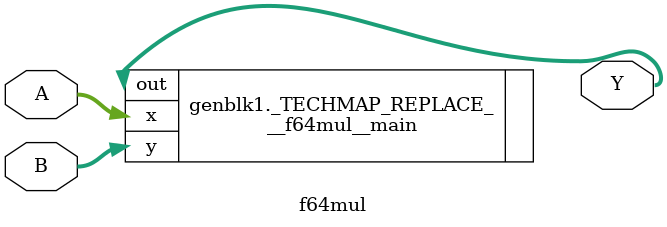
<source format=v>
(* techmap_celltype = "$add" *)
module ADD (A, B, Y);
   parameter A_SIGNED = 0;
   parameter B_SIGNED = 0;
   parameter A_WIDTH = 1;
   parameter B_WIDTH = 1;
   parameter Y_WIDTH = 1;

   (* force_downto *)
   input [A_WIDTH-1:0] A;
   (* force_downto *)
   input [B_WIDTH-1:0] B;
   (* force_downto *)
   output [Y_WIDTH-1:0] Y;

   generate
      if (A_WIDTH <= 8 && B_WIDTH <= 8 && Y_WIDTH <= 8)
        ADD8 _TECHMAP_REPLACE_ (.x_a(A), .x_b(B), .wx(Y));
      else if (A_WIDTH <= 16 && B_WIDTH <= 16 && Y_WIDTH <= 16)
        ADD16 _TECHMAP_REPLACE_ (.x_a(A), .x_b(B), .wx(Y));
      else if (A_WIDTH <= 32 && B_WIDTH <= 32 && Y_WIDTH <= 32)
        ADD32 _TECHMAP_REPLACE_ (.x_a(A), .x_b(B), .wx(Y));
      else if (A_WIDTH <= 64 && B_WIDTH <= 64 && Y_WIDTH <= 64)
        ADD64 _TECHMAP_REPLACE_ (.x_a(A), .x_b(B), .wx(Y));
      else
           wire              _TECHMAP_FAIL_ = 1;
   endgenerate
endmodule // ADD

(* techmap_celltype = "$sub" *)
module SUB (A, B, Y);
   parameter A_SIGNED = 0;
   parameter B_SIGNED = 0;
   parameter A_WIDTH = 1;
   parameter B_WIDTH = 1;
   parameter Y_WIDTH = 1;

   (* force_downto *)
   input [A_WIDTH-1:0] A;
   (* force_downto *)
   input [B_WIDTH-1:0] B;
   (* force_downto *)
   output [Y_WIDTH-1:0] Y;

   wire [Y_WIDTH:0]     Y_full;

   generate
      if (A_WIDTH == 64 && B_WIDTH == 64 && Y_WIDTH == 64) begin
         wire [63:0] add_a;
         wire [63:0] add_b;
         wire [63:0] add_y;
         wire        cout;
         wire        msb;

         assign add_a = {A[62:0], 1'b1};
         assign add_b = {~B[62:0], 1'b1};

         ADDC64 ADDC64(add_a, add_b, add_y, cout);

         assign msb = a[63] ^ ~b[63] ^ cout;
         assign Y = {msb, add_y[63:1]};
      end else begin
         assign Y_full = {A, 1'b1} + {~B, 1'b1};
         assign Y = Y_full[Y_WIDTH:1];
      end
   endgenerate
endmodule // SUB

(* techmap_celltype = "$mul" *)
module MULT (A, B, Y);
   parameter A_SIGNED = 0;
   parameter B_SIGNED = 0;
   parameter A_WIDTH = 1;
   parameter B_WIDTH = 1;
   parameter Y_WIDTH = 1;

   (* force_downto *)
   input [A_WIDTH-1:0] A;
   (* force_downto *)
   input [B_WIDTH-1:0] B;
   (* force_downto *)
   output [Y_WIDTH-1:0] Y;

   generate
      if (A_WIDTH == 8 && B_WIDTH == 8 && Y_WIDTH == 16)
        MULT8 _TECHMAP_REPLACE_ (.A(A), .B(B), .O(Y));
      else if (A_WIDTH == 16 && B_WIDTH == 16 && Y_WIDTH == 32)
        MULT16 _TECHMAP_REPLACE_ (.A(A), .B(B), .O(Y));
      else if (A_WIDTH == 32 && B_WIDTH == 32 && Y_WIDTH == 64)
        MULT32 _TECHMAP_REPLACE_ (.A(A), .B(B), .O(Y));
      else
           wire              _TECHMAP_FAIL_ = 1;
   endgenerate
endmodule // MULT

(* techmap_celltype = "$div" *)
module DIV (A, B, Y);
   parameter A_SIGNED = 0;
   parameter B_SIGNED = 0;
   parameter A_WIDTH = 1;
   parameter B_WIDTH = 1;
   parameter Y_WIDTH = 1;

   (* force_downto *)
   input [A_WIDTH-1:0] A;
   (* force_downto *)
   input [B_WIDTH-1:0] B;
   (* force_downto *)
   output [Y_WIDTH-1:0] Y;

   generate
      if (A_WIDTH == 8 && B_WIDTH == 8 && Y_WIDTH == 8)
        DIV8 _TECHMAP_REPLACE_ (.A(A), .B(B), .O(Y));
      else if (A_WIDTH == 16 && B_WIDTH == 16 && Y_WIDTH == 16)
        DIV16 _TECHMAP_REPLACE_ (.A(A), .B(B), .O(Y));
      else if (A_WIDTH == 32 && B_WIDTH == 32 && Y_WIDTH == 32)
        DIV32 _TECHMAP_REPLACE_ (.A(A), .B(B), .O(Y));
      else
           wire              _TECHMAP_FAIL_ = 1;
   endgenerate
endmodule // DIV

(* techmap_celltype = "$gt" *)
module GT (A, B, Y);
   parameter A_SIGNED = 0;
   parameter B_SIGNED = 0;
   parameter A_WIDTH = 1;
   parameter B_WIDTH = 1;
   parameter Y_WIDTH = 1;

   (* force_downto *)
   input [A_WIDTH-1:0] A;
   (* force_downto *)
   input [B_WIDTH-1:0] B;
   (* force_downto *)
   output [Y_WIDTH-1:0] Y;

   generate
      if (A_WIDTH == 8 && B_WIDTH == 8 && Y_WIDTH == 1)
        COMP8 _TECHMAP_REPLACE_ (.x_a(A), .x_b(B), .wx(Y));
      else if (A_WIDTH == 16 && B_WIDTH == 16 && Y_WIDTH == 1)
        COMP16 _TECHMAP_REPLACE_ (.x_a(A), .x_b(B), .wx(Y));
      else if (A_WIDTH == 32 && B_WIDTH == 32 && Y_WIDTH == 1)
        COMP32 _TECHMAP_REPLACE_ (.x_a(A), .x_b(B), .wx(Y));
      else if (A_WIDTH == 64 && B_WIDTH == 64 && Y_WIDTH == 1)
        COMP64 _TECHMAP_REPLACE_ (.x_a(A), .x_b(B), .wx(Y));
      else
           wire              _TECHMAP_FAIL_ = 1;
   endgenerate
endmodule // GT

(* techmap_celltype = "$ge" *)
module GE (A, B, Y);
   parameter A_SIGNED = 0;
   parameter B_SIGNED = 0;
   parameter A_WIDTH = 1;
   parameter B_WIDTH = 1;
   parameter Y_WIDTH = 1;

   (* force_downto *)
   input [A_WIDTH-1:0] A;
   (* force_downto *)
   input [B_WIDTH-1:0] B;
   (* force_downto *)
   output [Y_WIDTH-1:0] Y;

   wire                 LT;

   assign Y = ~LT;

   \$gt #(
     .A_SIGNED(B_SIGNED),
     .B_SIGNED(A_SIGNED),
     .A_WIDTH(B_WIDTH),
     .B_WIDTH(A_WIDTH),
     .Y_WIDTH(Y_WIDTH)
   ) _TECHMAP_REPLACE_ (.A(B), .B(A), .Y(LT));
endmodule // GE

(* techmap_celltype = "$lt" *)
module LT (A, B, Y);
   parameter A_SIGNED = 0;
   parameter B_SIGNED = 0;
   parameter A_WIDTH = 1;
   parameter B_WIDTH = 1;
   parameter Y_WIDTH = 1;

   (* force_downto *)
   input [A_WIDTH-1:0] A;
   (* force_downto *)
   input [B_WIDTH-1:0] B;
   (* force_downto *)
   output [Y_WIDTH-1:0] Y;

   \$gt #(
     .A_SIGNED(B_SIGNED),
     .B_SIGNED(A_SIGNED),
     .A_WIDTH(B_WIDTH),
     .B_WIDTH(A_WIDTH),
     .Y_WIDTH(Y_WIDTH)
   ) _TECHMAP_REPLACE_ (.A(B), .B(A), .Y(Y));
endmodule // LT

(* techmap_celltype = "$le" *)
module LE (A, B, Y);
   parameter A_SIGNED = 0;
   parameter B_SIGNED = 0;
   parameter A_WIDTH = 1;
   parameter B_WIDTH = 1;
   parameter Y_WIDTH = 1;

   (* force_downto *)
   input [A_WIDTH-1:0] A;
   (* force_downto *)
   input [B_WIDTH-1:0] B;
   (* force_downto *)
   output [Y_WIDTH-1:0] Y;

   wire                 GT;

   assign Y = ~GT;

   \$gt #(
     .A_SIGNED(A_SIGNED),
     .B_SIGNED(B_SIGNED),
     .A_WIDTH(A_WIDTH),
     .B_WIDTH(B_WIDTH),
     .Y_WIDTH(Y_WIDTH)
   ) _TECHMAP_REPLACE_ (.A(A), .B(B), .Y(GT));
endmodule // LE

(* techmap_celltype = "f32add" *)
module f32add (A, B, Y);
   parameter A_WIDTH = 32;
   parameter B_WIDTH = 32;
   parameter Y_WIDTH = 32;

   (* force_downto *)
   input [A_WIDTH-1:0] A;
   (* force_downto *)
   input [B_WIDTH-1:0] B;
   (* force_downto *)
   output [Y_WIDTH-1:0] Y;

   generate
      if (A_WIDTH == 32 && B_WIDTH == 32 && Y_WIDTH == 32)
        __f32add__main _TECHMAP_REPLACE_ (.x(A), .y(B), .out(Y));
      else
           wire              _TECHMAP_FAIL_ = 1;
   endgenerate
endmodule // $f32add

(* techmap_celltype = "f32sub" *)
module f32sub (A, B, Y);
   parameter A_WIDTH = 32;
   parameter B_WIDTH = 32;
   parameter Y_WIDTH = 32;

   (* force_downto *)
   input [A_WIDTH-1:0] A;
   (* force_downto *)
   input [B_WIDTH-1:0] B;
   (* force_downto *)
   output [Y_WIDTH-1:0] Y;

   generate
      if (A_WIDTH == 32 && B_WIDTH == 32 && Y_WIDTH == 32)
        __f32sub__main _TECHMAP_REPLACE_ (.x(A), .y(B), .out(Y));
      else
           wire              _TECHMAP_FAIL_ = 1;
   endgenerate
endmodule // $f32sub

(* techmap_celltype = "f32mul" *)
module f32mul (A, B, Y);
   parameter A_WIDTH = 32;
   parameter B_WIDTH = 32;
   parameter Y_WIDTH = 32;

   (* force_downto *)
   input [A_WIDTH-1:0] A;
   (* force_downto *)
   input [B_WIDTH-1:0] B;
   (* force_downto *)
   output [Y_WIDTH-1:0] Y;

   generate
      if (A_WIDTH == 32 && B_WIDTH == 32 && Y_WIDTH == 32)
        __f32mul__main _TECHMAP_REPLACE_ (.x(A), .y(B), .out(Y));
      else
           wire              _TECHMAP_FAIL_ = 1;
   endgenerate
endmodule // $f32mul

(* techmap_celltype = "f64add" *)
module f64add (A, B, Y);
   parameter A_WIDTH = 64;
   parameter B_WIDTH = 64;
   parameter Y_WIDTH = 64;

   (* force_downto *)
   input [A_WIDTH-1:0] A;
   (* force_downto *)
   input [B_WIDTH-1:0] B;
   (* force_downto *)
   output [Y_WIDTH-1:0] Y;

   generate
      if (A_WIDTH == 64 && B_WIDTH == 64 && Y_WIDTH == 64)
        __f64add__main _TECHMAP_REPLACE_ (.x(A), .y(B), .out(Y));
      else
           wire              _TECHMAP_FAIL_ = 1;
   endgenerate
endmodule // $f64add

(* techmap_celltype = "f64sub" *)
module f64sub (A, B, Y);
   parameter A_WIDTH = 64;
   parameter B_WIDTH = 64;
   parameter Y_WIDTH = 64;

   (* force_downto *)
   input [A_WIDTH-1:0] A;
   (* force_downto *)
   input [B_WIDTH-1:0] B;
   (* force_downto *)
   output [Y_WIDTH-1:0] Y;

   generate
      if (A_WIDTH == 64 && B_WIDTH == 64 && Y_WIDTH == 64)
        __f64sub__main _TECHMAP_REPLACE_ (.x(A), .y(B), .out(Y));
      else
           wire              _TECHMAP_FAIL_ = 1;
   endgenerate
endmodule // $f64sub

(* techmap_celltype = "f64mul" *)
module f64mul (A, B, Y);
   parameter A_WIDTH = 64;
   parameter B_WIDTH = 64;
   parameter Y_WIDTH = 64;

   (* force_downto *)
   input [A_WIDTH-1:0] A;
   (* force_downto *)
   input [B_WIDTH-1:0] B;
   (* force_downto *)
   output [Y_WIDTH-1:0] Y;

   generate
      if (A_WIDTH == 64 && B_WIDTH == 64 && Y_WIDTH == 64)
        __f64mul__main _TECHMAP_REPLACE_ (.x(A), .y(B), .out(Y));
      else
           wire              _TECHMAP_FAIL_ = 1;
   endgenerate
endmodule // $f64mul

</source>
